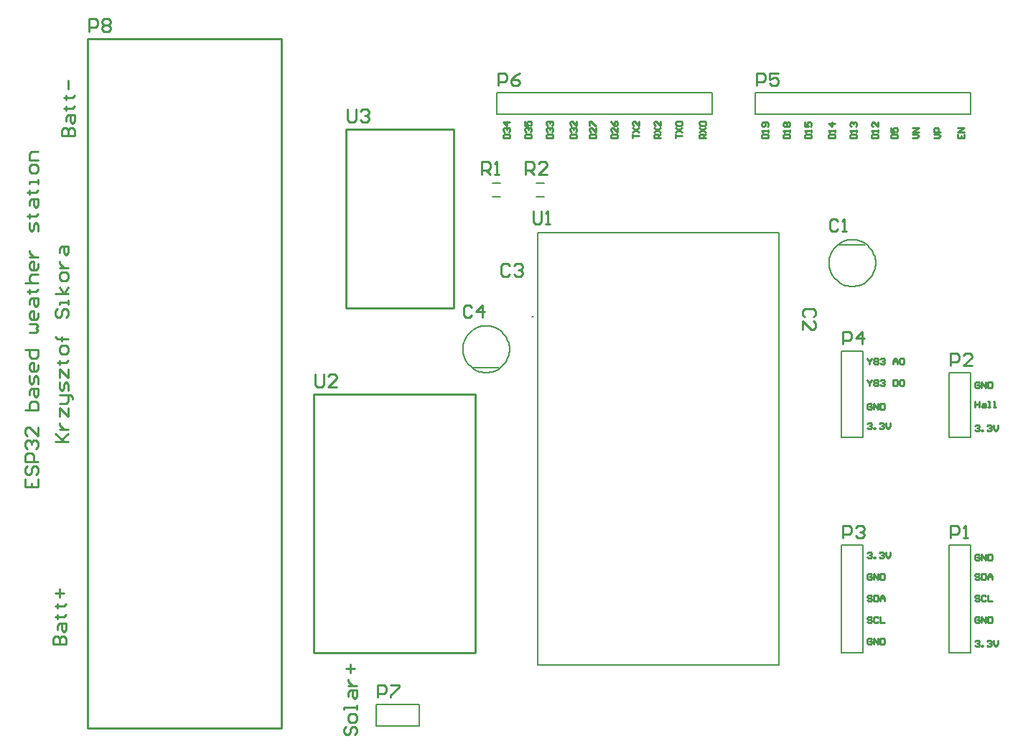
<source format=gto>
%FSTAX23Y23*%
%MOIN*%
%SFA1B1*%

%IPPOS*%
%ADD10C,0.007870*%
%ADD11C,0.005910*%
%ADD12C,0.005000*%
%ADD13C,0.010000*%
%LNpcb1-1*%
%LPD*%
G54D10*
X04219Y0381D02*
X04211D01*
X04219*
X0394Y03575D02*
X04059D01*
X0615Y0325D02*
X0625D01*
X0615D02*
Y0355D01*
X0625*
Y0325D02*
Y0355D01*
X0565Y0275D02*
X0575D01*
Y0225D02*
Y0275D01*
X0565Y0225D02*
Y0275D01*
Y0225D02*
X0575D01*
X0565Y0365D02*
X0575D01*
Y0325D02*
Y0365D01*
X0565Y0325D02*
Y0365D01*
Y0325D02*
X0575D01*
X0405Y0475D02*
X04975D01*
X0505*
Y0485*
X0405D02*
X0505D01*
X0405Y0475D02*
Y0485D01*
X03489Y0201D02*
X03689D01*
X03489Y0191D02*
Y0201D01*
Y0191D02*
X03689D01*
Y0201*
X04233Y04368D02*
X0427D01*
X04233Y04431D02*
X0427D01*
X0525Y0475D02*
Y0485D01*
X0625*
Y0475D02*
Y0485D01*
X06175Y0475D02*
X0625D01*
X0525D02*
X06175D01*
X04029Y04431D02*
X04066D01*
X04029Y04368D02*
X04066D01*
X0615Y0225D02*
X0625D01*
X0615D02*
Y0275D01*
X0625Y0225D02*
Y0275D01*
X0615D02*
X0625D01*
X0564Y04145D02*
X05759D01*
G54D11*
X04108Y0366D02*
X04107Y0367D01*
X04106Y0368*
X04104Y0369*
X041Y03699*
X04096Y03708*
X04092Y03717*
X04086Y03725*
X0408Y03733*
X04072Y0374*
X04065Y03747*
X04057Y03752*
X04048Y03757*
X04039Y03761*
X04029Y03764*
X04019Y03767*
X04009Y03768*
X04Y03768*
X0399Y03768*
X0398Y03767*
X0397Y03764*
X0396Y03761*
X03951Y03757*
X03943Y03752*
X03934Y03747*
X03927Y0374*
X03919Y03733*
X03913Y03725*
X03907Y03717*
X03903Y03708*
X03899Y03699*
X03895Y0369*
X03893Y0368*
X03892Y0367*
X03891Y0366*
X03892Y0365*
X03893Y0364*
X03895Y03631*
X03899Y03621*
X03903Y03612*
X03907Y03603*
X03913Y03595*
X03919Y03587*
X03927Y0358*
X03934Y03574*
X03943Y03568*
X03951Y03563*
X0396Y03559*
X0397Y03556*
X0398Y03554*
X0399Y03552*
X04Y03552*
X04009Y03552*
X04019Y03554*
X04029Y03556*
X04039Y03559*
X04048Y03563*
X04057Y03568*
X04065Y03574*
X04072Y0358*
X0408Y03587*
X04086Y03595*
X04092Y03603*
X04096Y03612*
X041Y03621*
X04104Y03631*
X04106Y0364*
X04107Y0365*
X04108Y0366*
X05808Y0406D02*
X05807Y0407D01*
X05806Y0408*
X05804Y0409*
X058Y04099*
X05796Y04108*
X05792Y04117*
X05786Y04125*
X0578Y04133*
X05772Y0414*
X05765Y04147*
X05757Y04152*
X05748Y04157*
X05739Y04161*
X05729Y04164*
X05719Y04167*
X05709Y04168*
X057Y04168*
X0569Y04168*
X0568Y04167*
X0567Y04164*
X0566Y04161*
X05651Y04157*
X05643Y04152*
X05634Y04147*
X05627Y0414*
X05619Y04133*
X05613Y04125*
X05607Y04117*
X05603Y04108*
X05599Y04099*
X05595Y0409*
X05593Y0408*
X05592Y0407*
X05591Y0406*
X05592Y0405*
X05593Y0404*
X05595Y04031*
X05599Y04021*
X05603Y04012*
X05607Y04003*
X05613Y03995*
X05619Y03987*
X05627Y0398*
X05634Y03974*
X05643Y03968*
X05651Y03963*
X0566Y03959*
X0567Y03956*
X0568Y03954*
X0569Y03952*
X057Y03952*
X05709Y03952*
X05719Y03954*
X05729Y03956*
X05739Y03959*
X05748Y03963*
X05757Y03968*
X05765Y03974*
X05772Y0398*
X0578Y03987*
X05786Y03995*
X05792Y04003*
X05796Y04012*
X058Y04021*
X05804Y04031*
X05806Y0404*
X05807Y0405*
X05808Y0406*
G54D12*
X0536Y02196D02*
Y04202D01*
X04237Y02196D02*
X0536D01*
X04237Y04202D02*
X0536D01*
X04237Y02196D02*
Y04202D01*
X04673*
X04937*
X0536*
X04237Y02196D02*
Y04202D01*
X0536Y02196D02*
Y04202D01*
X04237Y02196D02*
X04449D01*
X05145*
X0536*
G54D13*
X0215Y019D02*
X0305D01*
Y051*
X0215D02*
X0305D01*
X0215D02*
Y019D01*
X0395Y0345D02*
Y0225D01*
X032D02*
X0395D01*
X032D02*
Y0345D01*
X0395*
X0335Y0385D02*
Y0468D01*
X0385*
Y0385D02*
Y0468D01*
X0335Y0385D02*
X0385D01*
X0502Y0464D02*
X0499D01*
Y04654*
X04995Y04659*
X05005*
X0501Y04654*
Y0464*
Y0465D02*
X0502Y04659D01*
X0499Y04669D02*
X0502Y04689D01*
X0499D02*
X0502Y04669D01*
X04995Y04699D02*
X0499Y04704D01*
Y04714*
X04995Y04719*
X05015*
X0502Y04714*
Y04704*
X05015Y04699*
X04995*
X0488Y0464D02*
Y04659D01*
Y0465*
X0491*
X0488Y04669D02*
X0491Y04689D01*
X0488D02*
X0491Y04669D01*
X04885Y04699D02*
X0488Y04704D01*
Y04714*
X04885Y04719*
X04905*
X0491Y04714*
Y04704*
X04905Y04699*
X04885*
X0481Y0464D02*
X0478D01*
Y04654*
X04785Y04659*
X04795*
X048Y04654*
Y0464*
Y0465D02*
X0481Y04659D01*
X0478Y04669D02*
X0481Y04689D01*
X0478D02*
X0481Y04669D01*
Y04719D02*
Y04699D01*
X0479Y04719*
X04785*
X0478Y04714*
Y04704*
X04785Y04699*
X0468Y0464D02*
Y04659D01*
Y0465*
X0471*
X0468Y04669D02*
X0471Y04689D01*
X0468D02*
X0471Y04669D01*
Y04719D02*
Y04699D01*
X0469Y04719*
X04685*
X0468Y04714*
Y04704*
X04685Y04699*
X0458Y0464D02*
X0461D01*
Y04654*
X04605Y04659*
X04585*
X0458Y04654*
Y0464*
X0461Y04689D02*
Y04669D01*
X0459Y04689*
X04585*
X0458Y04684*
Y04674*
X04585Y04669*
X0458Y04719D02*
X04585Y04709D01*
X04595Y04699*
X04605*
X0461Y04704*
Y04714*
X04605Y04719*
X046*
X04595Y04714*
Y04699*
X0448Y0464D02*
X0451D01*
Y04654*
X04505Y04659*
X04485*
X0448Y04654*
Y0464*
X0451Y04689D02*
Y04669D01*
X0449Y04689*
X04485*
X0448Y04684*
Y04674*
X04485Y04669*
X0448Y04699D02*
Y04719D01*
X04485*
X04505Y04699*
X0451*
X0439Y0464D02*
X0442D01*
Y04654*
X04415Y04659*
X04395*
X0439Y04654*
Y0464*
X04395Y04669D02*
X0439Y04674D01*
Y04684*
X04395Y04689*
X044*
X04405Y04684*
Y04679*
Y04684*
X0441Y04689*
X04415*
X0442Y04684*
Y04674*
X04415Y04669*
X0442Y04719D02*
Y04699D01*
X044Y04719*
X04395*
X0439Y04714*
Y04704*
X04395Y04699*
X0428Y0464D02*
X0431D01*
Y04654*
X04305Y04659*
X04285*
X0428Y04654*
Y0464*
X04285Y04669D02*
X0428Y04674D01*
Y04684*
X04285Y04689*
X0429*
X04295Y04684*
Y04679*
Y04684*
X043Y04689*
X04305*
X0431Y04684*
Y04674*
X04305Y04669*
X04285Y04699D02*
X0428Y04704D01*
Y04714*
X04285Y04719*
X0429*
X04295Y04714*
Y04709*
Y04714*
X043Y04719*
X04305*
X0431Y04714*
Y04704*
X04305Y04699*
X0418Y0464D02*
X0421D01*
Y04654*
X04205Y04659*
X04185*
X0418Y04654*
Y0464*
X04185Y04669D02*
X0418Y04674D01*
Y04684*
X04185Y04689*
X0419*
X04195Y04684*
Y04679*
Y04684*
X042Y04689*
X04205*
X0421Y04684*
Y04674*
X04205Y04669*
X0418Y04719D02*
Y04699D01*
X04195*
X0419Y04709*
Y04714*
X04195Y04719*
X04205*
X0421Y04714*
Y04704*
X04205Y04699*
X0408Y0464D02*
X0411D01*
Y04654*
X04105Y04659*
X04085*
X0408Y04654*
Y0464*
X04085Y04669D02*
X0408Y04674D01*
Y04684*
X04085Y04689*
X0409*
X04095Y04684*
Y04679*
Y04684*
X041Y04689*
X04105*
X0411Y04684*
Y04674*
X04105Y04669*
X0411Y04714D02*
X0408D01*
X04095Y04699*
Y04719*
X0619Y04659D02*
Y0464D01*
X0622*
Y04659*
X06205Y0464D02*
Y0465D01*
X0622Y04669D02*
X0619D01*
X0622Y04689*
X0619*
X0608Y0464D02*
X061D01*
X0611Y0465*
X061Y04659*
X0608*
X0611Y04669D02*
X0608D01*
Y04684*
X06085Y04689*
X06095*
X061Y04684*
Y04669*
X0598Y0464D02*
X06D01*
X0601Y0465*
X06Y04659*
X0598*
X0601Y04669D02*
X0598D01*
X0601Y04689*
X0598*
X0588Y0464D02*
X0591D01*
Y04654*
X05905Y04659*
X05885*
X0588Y04654*
Y0464*
Y04689D02*
Y04669D01*
X05895*
X0589Y04679*
Y04684*
X05895Y04689*
X05905*
X0591Y04684*
Y04674*
X05905Y04669*
X0579Y0464D02*
X0582D01*
Y04654*
X05815Y04659*
X05795*
X0579Y04654*
Y0464*
X0582Y04669D02*
Y04679D01*
Y04674*
X0579*
X05795Y04669*
X0582Y04714D02*
Y04694D01*
X058Y04714*
X05795*
X0579Y04709*
Y04699*
X05795Y04694*
X0569Y0464D02*
X0572D01*
Y04654*
X05715Y04659*
X05695*
X0569Y04654*
Y0464*
X0572Y04669D02*
Y04679D01*
Y04674*
X0569*
X05695Y04669*
Y04694D02*
X0569Y04699D01*
Y04709*
X05695Y04714*
X057*
X05705Y04709*
Y04704*
Y04709*
X0571Y04714*
X05715*
X0572Y04709*
Y04699*
X05715Y04694*
X0559Y0464D02*
X0562D01*
Y04654*
X05615Y04659*
X05595*
X0559Y04654*
Y0464*
X0562Y04669D02*
Y04679D01*
Y04674*
X0559*
X05595Y04669*
X0562Y04709D02*
X0559D01*
X05605Y04694*
Y04714*
X0548Y0464D02*
X0551D01*
Y04654*
X05505Y04659*
X05485*
X0548Y04654*
Y0464*
X0551Y04669D02*
Y04679D01*
Y04674*
X0548*
X05485Y04669*
X0548Y04714D02*
Y04694D01*
X05495*
X0549Y04704*
Y04709*
X05495Y04714*
X05505*
X0551Y04709*
Y04699*
X05505Y04694*
X0538Y0464D02*
X0541D01*
Y04654*
X05405Y04659*
X05385*
X0538Y04654*
Y0464*
X0541Y04669D02*
Y04679D01*
Y04674*
X0538*
X05385Y04669*
Y04694D02*
X0538Y04699D01*
Y04709*
X05385Y04714*
X0539*
X05395Y04709*
X054Y04714*
X05405*
X0541Y04709*
Y04699*
X05405Y04694*
X054*
X05395Y04699*
X0539Y04694*
X05385*
X05395Y04699D02*
Y04709D01*
X0528Y0464D02*
X0531D01*
Y04654*
X05305Y04659*
X05285*
X0528Y04654*
Y0464*
X0531Y04669D02*
Y04679D01*
Y04674*
X0528*
X05285Y04669*
X05305Y04694D02*
X0531Y04699D01*
Y04709*
X05305Y04714*
X05285*
X0528Y04709*
Y04699*
X05285Y04694*
X0529*
X05295Y04699*
Y04714*
X0577Y03619D02*
Y03614D01*
X0578Y03605*
X05789Y03614*
Y03619*
X0578Y03605D02*
Y0359D01*
X05799Y03614D02*
X05804Y03619D01*
X05814*
X05819Y03614*
Y03609*
X05814Y03605*
X05819Y036*
Y03595*
X05814Y0359*
X05804*
X05799Y03595*
Y036*
X05804Y03605*
X05799Y03609*
Y03614*
X05804Y03605D02*
X05814D01*
X05829Y03614D02*
X05834Y03619D01*
X05844*
X05849Y03614*
Y03609*
X05844Y03605*
X05839*
X05844*
X05849Y036*
Y03595*
X05844Y0359*
X05834*
X05829Y03595*
X05889Y0359D02*
Y03609D01*
X05899Y03619*
X05909Y03609*
Y0359*
Y03605*
X05889*
X05919Y03614D02*
X05924Y03619D01*
X05934*
X05939Y03614*
Y03595*
X05934Y0359*
X05924*
X05919Y03595*
Y03614*
X0577Y03519D02*
Y03514D01*
X0578Y03505*
X05789Y03514*
Y03519*
X0578Y03505D02*
Y0349D01*
X05799Y03514D02*
X05804Y03519D01*
X05814*
X05819Y03514*
Y03509*
X05814Y03505*
X05819Y035*
Y03495*
X05814Y0349*
X05804*
X05799Y03495*
Y035*
X05804Y03505*
X05799Y03509*
Y03514*
X05804Y03505D02*
X05814D01*
X05829Y03514D02*
X05834Y03519D01*
X05844*
X05849Y03514*
Y03509*
X05844Y03505*
X05839*
X05844*
X05849Y035*
Y03495*
X05844Y0349*
X05834*
X05829Y03495*
X05889Y03519D02*
Y0349D01*
X05904*
X05909Y03495*
Y03514*
X05904Y03519*
X05889*
X05919Y03514D02*
X05924Y03519D01*
X05934*
X05939Y03514*
Y03495*
X05934Y0349*
X05924*
X05919Y03495*
Y03514*
X05789Y02314D02*
X05785Y02319D01*
X05775*
X0577Y02314*
Y02295*
X05775Y0229*
X05785*
X05789Y02295*
Y02305*
X0578*
X05799Y0229D02*
Y02319D01*
X05819Y0229*
Y02319*
X05829D02*
Y0229D01*
X05844*
X05849Y02295*
Y02314*
X05844Y02319*
X05829*
X05789Y02414D02*
X05785Y02419D01*
X05775*
X0577Y02414*
Y02409*
X05775Y02404*
X05785*
X05789Y024*
Y02395*
X05785Y0239*
X05775*
X0577Y02395*
X05819Y02414D02*
X05814Y02419D01*
X05804*
X05799Y02414*
Y02395*
X05804Y0239*
X05814*
X05819Y02395*
X05829Y02419D02*
Y0239D01*
X05849*
X05789Y02514D02*
X05785Y02519D01*
X05775*
X0577Y02514*
Y02509*
X05775Y02505*
X05785*
X05789Y025*
Y02495*
X05785Y0249*
X05775*
X0577Y02495*
X05799Y02519D02*
Y0249D01*
X05814*
X05819Y02495*
Y02514*
X05814Y02519*
X05799*
X05829Y0249D02*
Y02509D01*
X05839Y02519*
X05849Y02509*
Y0249*
Y02505*
X05829*
X05789Y03404D02*
X05785Y03409D01*
X05775*
X0577Y03404*
Y03385*
X05775Y0338*
X05785*
X05789Y03385*
Y03394*
X0578*
X05799Y0338D02*
Y03409D01*
X05819Y0338*
Y03409*
X05829D02*
Y0338D01*
X05844*
X05849Y03385*
Y03404*
X05844Y03409*
X05829*
X05789Y02614D02*
X05785Y02619D01*
X05775*
X0577Y02614*
Y02595*
X05775Y0259*
X05785*
X05789Y02595*
Y02605*
X0578*
X05799Y0259D02*
Y02619D01*
X05819Y0259*
Y02619*
X05829D02*
Y0259D01*
X05844*
X05849Y02595*
Y02614*
X05844Y02619*
X05829*
X06289Y02704D02*
X06285Y02709D01*
X06275*
X0627Y02704*
Y02685*
X06275Y0268*
X06285*
X06289Y02685*
Y02694*
X0628*
X06299Y0268D02*
Y02709D01*
X06319Y0268*
Y02709*
X06329D02*
Y0268D01*
X06344*
X06349Y02685*
Y02704*
X06344Y02709*
X06329*
X06289Y02614D02*
X06285Y02619D01*
X06275*
X0627Y02614*
Y02609*
X06275Y02605*
X06285*
X06289Y026*
Y02595*
X06285Y0259*
X06275*
X0627Y02595*
X06299Y02619D02*
Y0259D01*
X06314*
X06319Y02595*
Y02614*
X06314Y02619*
X06299*
X06329Y0259D02*
Y02609D01*
X06339Y02619*
X06349Y02609*
Y0259*
Y02605*
X06329*
X06289Y02514D02*
X06285Y02519D01*
X06275*
X0627Y02514*
Y02509*
X06275Y02505*
X06285*
X06289Y025*
Y02495*
X06285Y0249*
X06275*
X0627Y02495*
X06319Y02514D02*
X06314Y02519D01*
X06304*
X06299Y02514*
Y02495*
X06304Y0249*
X06314*
X06319Y02495*
X06329Y02519D02*
Y0249D01*
X06349*
X06289Y02414D02*
X06285Y02419D01*
X06275*
X0627Y02414*
Y02395*
X06275Y0239*
X06285*
X06289Y02395*
Y02404*
X0628*
X06299Y0239D02*
Y02419D01*
X06319Y0239*
Y02419*
X06329D02*
Y0239D01*
X06344*
X06349Y02395*
Y02414*
X06344Y02419*
X06329*
X0627Y02304D02*
X06275Y02309D01*
X06285*
X06289Y02304*
Y02299*
X06285Y02295*
X0628*
X06285*
X06289Y0229*
Y02285*
X06285Y0228*
X06275*
X0627Y02285*
X06299Y0228D02*
Y02285D01*
X06304*
Y0228*
X06299*
X06324Y02304D02*
X06329Y02309D01*
X06339*
X06344Y02304*
Y02299*
X06339Y02295*
X06334*
X06339*
X06344Y0229*
Y02285*
X06339Y0228*
X06329*
X06324Y02285*
X06354Y02309D02*
Y0229D01*
X06364Y0228*
X06374Y0229*
Y02309*
X0577Y02714D02*
X05775Y02719D01*
X05785*
X05789Y02714*
Y02709*
X05785Y02704*
X0578*
X05785*
X05789Y027*
Y02695*
X05785Y0269*
X05775*
X0577Y02695*
X05799Y0269D02*
Y02695D01*
X05804*
Y0269*
X05799*
X05824Y02714D02*
X05829Y02719D01*
X05839*
X05844Y02714*
Y02709*
X05839Y02704*
X05834*
X05839*
X05844Y027*
Y02695*
X05839Y0269*
X05829*
X05824Y02695*
X05854Y02719D02*
Y027D01*
X05864Y0269*
X05874Y027*
Y02719*
X0577Y03314D02*
X05775Y03319D01*
X05785*
X05789Y03314*
Y03309*
X05785Y03305*
X0578*
X05785*
X05789Y033*
Y03295*
X05785Y0329*
X05775*
X0577Y03295*
X05799Y0329D02*
Y03295D01*
X05804*
Y0329*
X05799*
X05824Y03314D02*
X05829Y03319D01*
X05839*
X05844Y03314*
Y03309*
X05839Y03305*
X05834*
X05839*
X05844Y033*
Y03295*
X05839Y0329*
X05829*
X05824Y03295*
X05854Y03319D02*
Y033D01*
X05864Y0329*
X05874Y033*
Y03319*
X06289Y03504D02*
X06285Y03509D01*
X06275*
X0627Y03504*
Y03485*
X06275Y0348*
X06285*
X06289Y03485*
Y03495*
X0628*
X06299Y0348D02*
Y03509D01*
X06319Y0348*
Y03509*
X06329D02*
Y0348D01*
X06344*
X06349Y03485*
Y03504*
X06344Y03509*
X06329*
X0627Y03304D02*
X06275Y03309D01*
X06285*
X06289Y03304*
Y03299*
X06285Y03295*
X0628*
X06285*
X06289Y0329*
Y03285*
X06285Y0328*
X06275*
X0627Y03285*
X06299Y0328D02*
Y03285D01*
X06304*
Y0328*
X06299*
X06324Y03304D02*
X06329Y03309D01*
X06339*
X06344Y03304*
Y03299*
X06339Y03295*
X06334*
X06339*
X06344Y0329*
Y03285*
X06339Y0328*
X06329*
X06324Y03285*
X06354Y03309D02*
Y0329D01*
X06364Y0328*
X06374Y0329*
Y03309*
X0627Y03419D02*
Y0339D01*
Y03404*
X06289*
Y03419*
Y0339*
X06304Y03409D02*
X06314D01*
X06319Y03404*
Y0339*
X06304*
X06299Y03395*
X06304Y034*
X06319*
X06329Y0339D02*
X06339D01*
X06334*
Y03419*
X06329*
X06354Y0339D02*
X06364D01*
X06359*
Y03419*
X06354*
X02Y0323D02*
X0206D01*
X0204*
X02Y03269*
X0203Y0324*
X0206Y03269*
X0202Y03289D02*
X0206D01*
X0204*
X0203Y03299*
X0202Y03309*
Y03319*
Y03349D02*
Y03389D01*
X0206Y03349*
Y03389*
X0202Y03409D02*
X0205D01*
X0206Y03419*
Y03449*
X0207*
X0208Y03439*
Y03429*
X0206Y03449D02*
X0202D01*
X0206Y03469D02*
Y03499D01*
X0205Y03509*
X0204Y03499*
Y03479*
X0203Y03469*
X0202Y03479*
Y03509*
Y03529D02*
Y03569D01*
X0206Y03529*
Y03569*
X0201Y03599D02*
X0202D01*
Y03589*
Y03609*
Y03599*
X0205*
X0206Y03609*
Y03649D02*
Y03669D01*
X0205Y03679*
X0203*
X0202Y03669*
Y03649*
X0203Y03639*
X0205*
X0206Y03649*
Y03709D02*
X0201D01*
X0203*
Y03699*
Y03719*
Y03709*
X0201*
X02Y03719*
X0201Y03849D02*
X02Y03839D01*
Y03819*
X0201Y03809*
X0202*
X0203Y03819*
Y03839*
X0204Y03849*
X0205*
X0206Y03839*
Y03819*
X0205Y03809*
X0206Y03869D02*
Y03889D01*
Y03879*
X0202*
Y03869*
X0206Y03919D02*
X02D01*
X0204D02*
X0202Y03949D01*
X0204Y03919D02*
X0206Y03949D01*
Y03989D02*
Y04009D01*
X0205Y04019*
X0203*
X0202Y04009*
Y03989*
X0203Y03979*
X0205*
X0206Y03989*
X0202Y04039D02*
X0206D01*
X0204*
X0203Y04049*
X0202Y04059*
Y04069*
Y04109D02*
Y04129D01*
X0203Y04139*
X0206*
Y04109*
X0205Y04099*
X0204Y04109*
Y04139*
X0186Y03059D02*
Y0302D01*
X0192*
Y03059*
X0189Y0302D02*
Y03039D01*
X0187Y03119D02*
X0186Y03109D01*
Y03089*
X0187Y03079*
X0188*
X0189Y03089*
Y03109*
X019Y03119*
X0191*
X0192Y03109*
Y03089*
X0191Y03079*
X0192Y03139D02*
X0186D01*
Y03169*
X0187Y03179*
X0189*
X019Y03169*
Y03139*
X0187Y03199D02*
X0186Y03209D01*
Y03229*
X0187Y03239*
X0188*
X0189Y03229*
Y03219*
Y03229*
X019Y03239*
X0191*
X0192Y03229*
Y03209*
X0191Y03199*
X0192Y03299D02*
Y03259D01*
X0188Y03299*
X0187*
X0186Y03289*
Y03269*
X0187Y03259*
X0186Y03379D02*
X0192D01*
Y03409*
X0191Y03419*
X019*
X0189*
X0188Y03409*
Y03379*
Y03449D02*
Y03469D01*
X0189Y03479*
X0192*
Y03449*
X0191Y03439*
X019Y03449*
Y03479*
X0192Y03499D02*
Y03529D01*
X0191Y03539*
X019Y03529*
Y03509*
X0189Y03499*
X0188Y03509*
Y03539*
X0192Y03589D02*
Y03569D01*
X0191Y03559*
X0189*
X0188Y03569*
Y03589*
X0189Y03599*
X019*
Y03559*
X0186Y03659D02*
X0192D01*
Y03629*
X0191Y03619*
X0189*
X0188Y03629*
Y03659*
Y03739D02*
X0191D01*
X0192Y03749*
X0191Y03759*
X0192Y03769*
X0191Y03779*
X0188*
X0192Y03829D02*
Y03809D01*
X0191Y03799*
X0189*
X0188Y03809*
Y03829*
X0189Y03839*
X019*
Y03799*
X0188Y03869D02*
Y03889D01*
X0189Y03899*
X0192*
Y03869*
X0191Y03859*
X019Y03869*
Y03899*
X0187Y03929D02*
X0188D01*
Y03919*
Y03939*
Y03929*
X0191*
X0192Y03939*
X0186Y03969D02*
X0192D01*
X0189*
X0188Y03979*
Y03999*
X0189Y04009*
X0192*
Y04059D02*
Y04039D01*
X0191Y04029*
X0189*
X0188Y04039*
Y04059*
X0189Y04069*
X019*
Y04029*
X0188Y04089D02*
X0192D01*
X019*
X0189Y04099*
X0188Y04109*
Y04119*
X0192Y04209D02*
Y04239D01*
X0191Y04249*
X019Y04239*
Y04219*
X0189Y04209*
X0188Y04219*
Y04249*
X0187Y04279D02*
X0188D01*
Y04269*
Y04289*
Y04279*
X0191*
X0192Y04289*
X0188Y04329D02*
Y04349D01*
X0189Y04359*
X0192*
Y04329*
X0191Y04319*
X019Y04329*
Y04359*
X0187Y04389D02*
X0188D01*
Y04379*
Y04399*
Y04389*
X0191*
X0192Y04399*
Y04429D02*
Y04449D01*
Y04439*
X0188*
Y04429*
X0192Y04489D02*
Y04509D01*
X0191Y04519*
X0189*
X0188Y04509*
Y04489*
X0189Y04479*
X0191*
X0192Y04489*
Y04539D02*
X0188D01*
Y04569*
X0189Y04579*
X0192*
X0335Y01909D02*
X0334Y01899D01*
Y0188*
X0335Y0187*
X0336*
X0337Y0188*
Y01899*
X0338Y01909*
X0339*
X034Y01899*
Y0188*
X0339Y0187*
X034Y01939D02*
Y01959D01*
X0339Y01969*
X0337*
X0336Y01959*
Y01939*
X0337Y01929*
X0339*
X034Y01939*
Y01989D02*
Y02009D01*
Y01999*
X0334*
Y01989*
X0336Y02049D02*
Y02069D01*
X0337Y02079*
X034*
Y02049*
X0339Y02039*
X0338Y02049*
Y02079*
X0336Y02099D02*
X034D01*
X0338*
X0337Y02109*
X0336Y02119*
Y02129*
X0337Y02159D02*
Y02199D01*
X0335Y02179D02*
X0339D01*
X0203Y0465D02*
X0209D01*
Y04679*
X0208Y04689*
X0207*
X0206Y04679*
Y0465*
Y04679*
X0205Y04689*
X0204*
X0203Y04679*
Y0465*
X0205Y04719D02*
Y04739D01*
X0206Y04749*
X0209*
Y04719*
X0208Y04709*
X0207Y04719*
Y04749*
X0204Y04779D02*
X0205D01*
Y04769*
Y04789*
Y04779*
X0208*
X0209Y04789*
X0204Y04829D02*
X0205D01*
Y04819*
Y04839*
Y04829*
X0208*
X0209Y04839*
X0206Y04869D02*
Y04909D01*
X0199Y0229D02*
X0205D01*
Y02319*
X0204Y02329*
X0203*
X0202Y02319*
Y0229*
Y02319*
X0201Y02329*
X02*
X0199Y02319*
Y0229*
X0201Y02359D02*
Y02379D01*
X0202Y02389*
X0205*
Y02359*
X0204Y02349*
X0203Y02359*
Y02389*
X02Y02419D02*
X0201D01*
Y02409*
Y02429*
Y02419*
X0204*
X0205Y02429*
X02Y02469D02*
X0201D01*
Y02459*
Y02479*
Y02469*
X0204*
X0205Y02479*
X0202Y02509D02*
Y02549D01*
X02Y02529D02*
X0204D01*
X04217Y04302D02*
Y04253D01*
X04227Y04243*
X04246*
X04256Y04253*
Y04302*
X04276Y04243D02*
X04296D01*
X04286*
Y04302*
X04276Y04292*
X03355Y04774D02*
Y04725D01*
X03365Y04715*
X03384*
X03394Y04725*
Y04774*
X03414Y04764D02*
X03424Y04774D01*
X03444*
X03454Y04764*
Y04754*
X03444Y04744*
X03434*
X03444*
X03454Y04734*
Y04725*
X03444Y04715*
X03424*
X03414Y04725*
X03205Y03544D02*
Y03495D01*
X03215Y03485*
X03234*
X03244Y03495*
Y03544*
X03304Y03485D02*
X03264D01*
X03304Y03524*
Y03534*
X03294Y03544*
X03274*
X03264Y03534*
X02155Y05135D02*
Y05194D01*
X02184*
X02194Y05184*
Y05164*
X02184Y05154*
X02155*
X02214Y05184D02*
X02224Y05194D01*
X02244*
X02254Y05184*
Y05174*
X02244Y05164*
X02254Y05154*
Y05145*
X02244Y05135*
X02224*
X02214Y05145*
Y05154*
X02224Y05164*
X02214Y05174*
Y05184*
X02224Y05164D02*
X02244D01*
X04183Y04472D02*
Y04531D01*
X04212*
X04222Y04521*
Y04501*
X04212Y04491*
X04183*
X04202D02*
X04222Y04472D01*
X04282D02*
X04242D01*
X04282Y04511*
Y04521*
X04272Y04531*
X04252*
X04242Y04521*
X03979Y04472D02*
Y04531D01*
X04008*
X04018Y04521*
Y04501*
X04008Y04491*
X03979*
X03998D02*
X04018Y04472D01*
X04038D02*
X04058D01*
X04048*
Y04531*
X04038Y04521*
X03496Y02044D02*
Y02103D01*
X03525*
X03535Y02093*
Y02073*
X03525Y02063*
X03496*
X03555Y02103D02*
X03595D01*
Y02093*
X03555Y02054*
Y02044*
X04056Y04884D02*
Y04943D01*
X04085*
X04095Y04933*
Y04913*
X04085Y04903*
X04056*
X04155Y04943D02*
X04135Y04933D01*
X04115Y04913*
Y04894*
X04125Y04884*
X04145*
X04155Y04894*
Y04903*
X04145Y04913*
X04115*
X05256Y04884D02*
Y04943D01*
X05285*
X05295Y04933*
Y04913*
X05285Y04903*
X05256*
X05355Y04943D02*
X05315D01*
Y04913*
X05335Y04923*
X05345*
X05355Y04913*
Y04894*
X05345Y04884*
X05325*
X05315Y04894*
X05656Y03684D02*
Y03743D01*
X05685*
X05695Y03733*
Y03713*
X05685Y03703*
X05656*
X05745Y03684D02*
Y03743D01*
X05715Y03713*
X05755*
X05656Y02784D02*
Y02843D01*
X05685*
X05695Y02833*
Y02813*
X05685Y02803*
X05656*
X05715Y02833D02*
X05725Y02843D01*
X05745*
X05755Y02833*
Y02823*
X05745Y02813*
X05735*
X05745*
X05755Y02803*
Y02794*
X05745Y02784*
X05725*
X05715Y02794*
X06156Y03584D02*
Y03643D01*
X06185*
X06195Y03633*
Y03613*
X06185Y03603*
X06156*
X06255Y03584D02*
X06215D01*
X06255Y03623*
Y03633*
X06245Y03643*
X06225*
X06215Y03633*
X06156Y02784D02*
Y02843D01*
X06185*
X06195Y02833*
Y02813*
X06185Y02803*
X06156*
X06215Y02784D02*
X06235D01*
X06225*
Y02843*
X06215Y02833*
X03933Y03856D02*
X03923Y03866D01*
X03904*
X03894Y03856*
Y03817*
X03904Y03807*
X03923*
X03933Y03817*
X03983Y03807D02*
Y03866D01*
X03953Y03836*
X03993*
X04109Y04047D02*
X04099Y04057D01*
X0408*
X0407Y04047*
Y04008*
X0408Y03998*
X04099*
X04109Y04008*
X04129Y04047D02*
X04139Y04057D01*
X04159*
X04169Y04047*
Y04037*
X04159Y04027*
X04149*
X04159*
X04169Y04017*
Y04008*
X04159Y03998*
X04139*
X04129Y04008*
X05519Y0381D02*
X05529Y03819D01*
Y03839*
X05519Y03849*
X0548*
X0547Y03839*
Y03819*
X0548Y0381*
X0547Y0375D02*
Y0379D01*
X0551Y0375*
X05519*
X05529Y0376*
Y0378*
X05519Y0379*
X05633Y04256D02*
X05623Y04266D01*
X05604*
X05594Y04256*
Y04217*
X05604Y04207*
X05623*
X05633Y04217*
X05653Y04207D02*
X05673D01*
X05663*
Y04266*
X05653Y04256*
M02*
</source>
